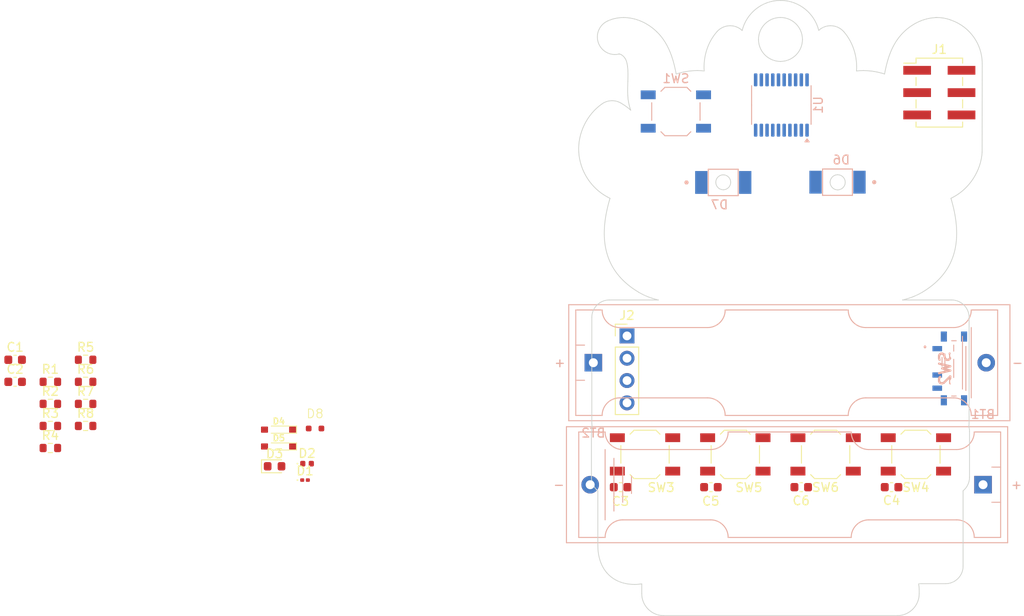
<source format=kicad_pcb>
(kicad_pcb (version 20241229) (generator "pcbnew") (generator_version "9.0")
  (layers (0 "F.Cu" signal) (2 "B.Cu" signal) (13 "F.Paste" user) (15 "B.Paste" user) (5 "F.SilkS" user "F.Silkscreen") (7 "B.SilkS" user "B.Silkscreen") (1 "F.Mask" user) (3 "B.Mask" user) (25 "Edge.Cuts" user))
  (net 0 "")
  (net 1 "Net-(BT1--)")
  (net 2 "Net-(BT1-+)")
  (net 3 "+3.3V")
  (net 4 "GND")
  (net 5 "/RST")
  (net 6 "/LEFT")
  (net 7 "/RIGHT")
  (net 8 "/UP")
  (net 9 "/DOWN")
  (net 10 "/LED1")
  (net 11 "Net-(D1-K)")
  (net 12 "Net-(D2-K)")
  (net 13 "/LED2")
  (net 14 "Net-(D3-K)")
  (net 15 "/LED3")
  (net 16 "Net-(D4-K)")
  (net 17 "/LED4")
  (net 18 "Net-(D5-K)")
  (net 19 "/LED5")
  (net 20 "Net-(D6-K)")
  (net 21 "/LED6")
  (net 22 "Net-(D7-K)")
  (net 23 "/LED7")
  (net 24 "/LED8")
  (net 25 "Net-(D8-K)")
  (net 29 "/SWDIO")
  (net 30 "/SCL")
  (net 31 "/SDA")
  (footprint "LED_SMD:LED_0201_0603Metric" (layer "F.Cu") (at 51.765 87.735)
    (property "Reference" "D1" (at 0 -1.05 0) (layer "F.SilkS"))
    (property "Value" "LED")
    (fp_circle (center -0.86 0) (end -0.81 0) (stroke (width 0.1)) (fill no) (layer "F.SilkS"))
    (pad "1" smd roundrect (at -0.32 0) (size 0.46 0.4) (layers "F.Cu" "F.Mask") (net 11 "Net-(D1-K)"))
    (pad "2" smd roundrect (at 0.32 0) (size 0.46 0.4) (layers "F.Cu" "F.Mask") (net 10 "/LED1"))
  )
  (footprint "Button_Switch_SMD:SW_SPST_TL3342" (layer "F.Cu") (at 90.45 84.814 180)
    (property "Reference" "SW3" (at -1.83 -3.766 0) (layer "F.SilkS"))
    (property "Value" "~")
    (fp_line (start 2.75 -1) (end 2.75 1) (stroke (width 0.12)) (layer "F.SilkS"))
    (fp_line (start 1.7 2.3) (end 1.25 2.75) (stroke (width 0.12)) (layer "F.SilkS"))
    (fp_line (start 1.7 -2.3) (end 1.25 -2.75) (stroke (width 0.12)) (layer "F.SilkS"))
    (fp_line (start -1.25 2.75) (end 1.25 2.75) (stroke (width 0.12)) (layer "F.SilkS"))
    (fp_line (start -1.25 -2.75) (end 1.25 -2.75) (stroke (width 0.12)) (layer "F.SilkS"))
    (fp_line (start -1.7 2.3) (end -1.25 2.75) (stroke (width 0.12)) (layer "F.SilkS"))
    (fp_line (start -1.7 -2.3) (end -1.25 -2.75) (stroke (width 0.12)) (layer "F.SilkS"))
    (fp_line (start -2.75 -1) (end -2.75 1) (stroke (width 0.12)) (layer "F.SilkS"))
    (pad "1" smd rect (at -3.15 -1.9 180) (size 1.7 1) (layers "F.Cu" "F.Mask" "F.Paste") (net 4 "GND"))
    (pad "1" smd rect (at 3.15 -1.9 180) (size 1.7 1) (layers "F.Cu" "F.Mask" "F.Paste") (net 4 "GND"))
    (pad "2" smd rect (at -3.15 1.9 180) (size 1.7 1) (layers "F.Cu" "F.Mask" "F.Paste") (net 6 "/LEFT"))
    (pad "2" smd rect (at 3.15 1.9 180) (size 1.7 1) (layers "F.Cu" "F.Mask" "F.Paste") (net 6 "/LEFT"))
  )
  (footprint "Resistor_SMD:R_0603_1608Metric" (layer "F.Cu") (at 26.8 76.555)
    (property "Reference" "R6" (at 0 -1.43 0) (layer "F.SilkS"))
    (property "Value" "220")
    (fp_line (start -0.237258 -0.5225) (end 0.237258 -0.5225) (stroke (width 0.12)) (layer "F.SilkS"))
    (fp_line (start -0.237258 0.5225) (end 0.237258 0.5225) (stroke (width 0.12)) (layer "F.SilkS"))
    (pad "1" smd roundrect (at -0.825 0) (size 0.8 0.95) (layers "F.Cu" "F.Mask" "F.Paste") (net 20 "Net-(D6-K)"))
    (pad "2" smd roundrect (at 0.825 0) (size 0.8 0.95) (layers "F.Cu" "F.Mask" "F.Paste") (net 4 "GND"))
  )
  (footprint "Capacitor_SMD:C_0603_1608Metric" (layer "F.Cu") (at 97.946667 88.54)
    (property "Reference" "C5" (at -0.01 1.59 0) (layer "F.SilkS"))
    (property "Value" "0.1uF")
    (fp_line (start -0.14058 -0.51) (end 0.14058 -0.51) (stroke (width 0.12)) (layer "F.SilkS"))
    (fp_line (start -0.14058 0.51) (end 0.14058 0.51) (stroke (width 0.12)) (layer "F.SilkS"))
    (pad "1" smd roundrect (at -0.775 0) (size 0.9 0.95) (layers "F.Cu" "F.Mask" "F.Paste") (net 4 "GND"))
    (pad "2" smd roundrect (at 0.775 0) (size 0.9 0.95) (layers "F.Cu" "F.Mask" "F.Paste") (net 8 "/UP"))
  )
  (footprint "Unknown:Led_S_S" (layer "F.Cu") (at 52.905 81.865)
    (property "Reference" "D8" (at 0 -1.68 0) (layer "F.SilkS") (effects (font (thickness 0.1))))
    (property "Value" "LED_Small")
    (pad "1" smd roundrect (at -0.725 0) (size 0.65 0.65) (layers "F.Cu" "F.Mask" "F.Paste") (net 25 "Net-(D8-K)"))
    (pad "2" smd roundrect (at 0.725 0) (size 0.65 0.65) (layers "F.Cu" "F.Mask" "F.Paste") (net 24 "/LED8"))
  )
  (footprint "Capacitor_SMD:C_0603_1608Metric" (layer "F.Cu") (at 87.67 88.54)
    (property "Reference" "C3" (at -0.01 1.61 0) (layer "F.SilkS"))
    (property "Value" "0.1uF")
    (fp_line (start -0.14058 -0.51) (end 0.14058 -0.51) (stroke (width 0.12)) (layer "F.SilkS"))
    (fp_line (start -0.14058 0.51) (end 0.14058 0.51) (stroke (width 0.12)) (layer "F.SilkS"))
    (pad "1" smd roundrect (at -0.775 0) (size 0.9 0.95) (layers "F.Cu" "F.Mask" "F.Paste") (net 4 "GND"))
    (pad "2" smd roundrect (at 0.775 0) (size 0.9 0.95) (layers "F.Cu" "F.Mask" "F.Paste") (net 6 "/LEFT"))
  )
  (footprint "Capacitor_SMD:C_0603_1608Metric" (layer "F.Cu") (at 118.5 88.54)
    (property "Reference" "C4" (at 0 1.51 0) (layer "F.SilkS"))
    (property "Value" "0.1uF")
    (fp_line (start -0.14058 -0.51) (end 0.14058 -0.51) (stroke (width 0.12)) (layer "F.SilkS"))
    (fp_line (start -0.14058 0.51) (end 0.14058 0.51) (stroke (width 0.12)) (layer "F.SilkS"))
    (pad "1" smd roundrect (at -0.775 0) (size 0.9 0.95) (layers "F.Cu" "F.Mask" "F.Paste") (net 4 "GND"))
    (pad "2" smd roundrect (at 0.775 0) (size 0.9 0.95) (layers "F.Cu" "F.Mask" "F.Paste") (net 7 "/RIGHT"))
  )
  (footprint "Unknown:Display OLED 128 x32" (layer "F.Cu") (at 88.4 71.33)
    (property "Reference" "J2" (at 0 -2.33 0) (layer "F.SilkS"))
    (property "Value" "OLED")
    (fp_line (start -1.33 -1.33) (end 0 -1.33) (stroke (width 0.12)) (layer "F.SilkS"))
    (fp_line (start -1.33 0) (end -1.33 -1.33) (stroke (width 0.12)) (layer "F.SilkS"))
    (fp_line (start -1.33 1.27) (end -1.33 8.95) (stroke (width 0.12)) (layer "F.SilkS"))
    (fp_line (start -1.33 1.27) (end 1.33 1.27) (stroke (width 0.12)) (layer "F.SilkS"))
    (fp_line (start -1.33 8.95) (end 1.33 8.95) (stroke (width 0.12)) (layer "F.SilkS"))
    (fp_line (start 1.33 1.27) (end 1.33 8.95) (stroke (width 0.12)) (layer "F.SilkS"))
    (pad "1" thru_hole rect (at 0 0) (size 1.7 1.7) (drill 1) (layers "*.Cu" "*.Mask") (net 31 "/SDA"))
    (pad "2" thru_hole oval (at 0 2.54) (size 1.7 1.7) (drill 1) (layers "*.Cu" "*.Mask") (net 30 "/SCL"))
    (pad "3" thru_hole oval (at 0 5.08) (size 1.7 1.7) (drill 1) (layers "*.Cu" "*.Mask") (net 3 "+3.3V"))
    (pad "4" thru_hole oval (at 0 7.62) (size 1.7 1.7) (drill 1) (layers "*.Cu" "*.Mask") (net 4 "GND"))
  )
  (footprint "Capacitor_SMD:C_0603_1608Metric" (layer "F.Cu") (at 18.78 76.555)
    (property "Reference" "C2" (at 0 -1.43 0) (layer "F.SilkS"))
    (property "Value" ".1uF")
    (fp_line (start -0.14058 -0.51) (end 0.14058 -0.51) (stroke (width 0.12)) (layer "F.SilkS"))
    (fp_line (start -0.14058 0.51) (end 0.14058 0.51) (stroke (width 0.12)) (layer "F.SilkS"))
    (pad "1" smd roundrect (at -0.775 0) (size 0.9 0.95) (layers "F.Cu" "F.Mask" "F.Paste") (net 4 "GND"))
    (pad "2" smd roundrect (at 0.775 0) (size 0.9 0.95) (layers "F.Cu" "F.Mask" "F.Paste") (net 5 "/RST"))
  )
  (footprint "Button_Switch_SMD:SW_SPST_TL3342" (layer "F.Cu") (at 121.27 84.814 180)
    (property "Reference" "SW4" (at 0 -3.75 0) (layer "F.SilkS"))
    (property "Value" "~")
    (fp_line (start 2.75 -1) (end 2.75 1) (stroke (width 0.12)) (layer "F.SilkS"))
    (fp_line (start 1.7 2.3) (end 1.25 2.75) (stroke (width 0.12)) (layer "F.SilkS"))
    (fp_line (start 1.7 -2.3) (end 1.25 -2.75) (stroke (width 0.12)) (layer "F.SilkS"))
    (fp_line (start -1.25 2.75) (end 1.25 2.75) (stroke (width 0.12)) (layer "F.SilkS"))
    (fp_line (start -1.25 -2.75) (end 1.25 -2.75) (stroke (width 0.12)) (layer "F.SilkS"))
    (fp_line (start -1.7 2.3) (end -1.25 2.75) (stroke (width 0.12)) (layer "F.SilkS"))
    (fp_line (start -1.7 -2.3) (end -1.25 -2.75) (stroke (width 0.12)) (layer "F.SilkS"))
    (fp_line (start -2.75 -1) (end -2.75 1) (stroke (width 0.12)) (layer "F.SilkS"))
    (pad "1" smd rect (at -3.15 -1.9 180) (size 1.7 1) (layers "F.Cu" "F.Mask" "F.Paste") (net 4 "GND"))
    (pad "1" smd rect (at 3.15 -1.9 180) (size 1.7 1) (layers "F.Cu" "F.Mask" "F.Paste") (net 4 "GND"))
    (pad "2" smd rect (at -3.15 1.9 180) (size 1.7 1) (layers "F.Cu" "F.Mask" "F.Paste") (net 7 "/RIGHT"))
    (pad "2" smd rect (at 3.15 1.9 180) (size 1.7 1) (layers "F.Cu" "F.Mask" "F.Paste") (net 7 "/RIGHT"))
  )
  (footprint "Capacitor_SMD:C_0603_1608Metric" (layer "F.Cu") (at 108.223333 88.54)
    (property "Reference" "C6" (at -0.01 1.54 0) (layer "F.SilkS"))
    (property "Value" "0.1uF")
    (fp_line (start -0.14058 -0.51) (end 0.14058 -0.51) (stroke (width 0.12)) (layer "F.SilkS"))
    (fp_line (start -0.14058 0.51) (end 0.14058 0.51) (stroke (width 0.12)) (layer "F.SilkS"))
    (pad "1" smd roundrect (at -0.775 0) (size 0.9 0.95) (layers "F.Cu" "F.Mask" "F.Paste") (net 4 "GND"))
    (pad "2" smd roundrect (at 0.775 0) (size 0.9 0.95) (layers "F.Cu" "F.Mask" "F.Paste") (net 9 "/DOWN"))
  )
  (footprint "Button_Switch_SMD:SW_SPST_TL3342" (layer "F.Cu") (at 100.723333 84.814 180)
    (property "Reference" "SW5" (at -1.546667 -3.766 0) (layer "F.SilkS"))
    (property "Value" "~")
    (fp_line (start 2.75 -1) (end 2.75 1) (stroke (width 0.12)) (layer "F.SilkS"))
    (fp_line (start 1.7 2.3) (end 1.25 2.75) (stroke (width 0.12)) (layer "F.SilkS"))
    (fp_line (start 1.7 -2.3) (end 1.25 -2.75) (stroke (width 0.12)) (layer "F.SilkS"))
    (fp_line (start -1.25 2.75) (end 1.25 2.75) (stroke (width 0.12)) (layer "F.SilkS"))
    (fp_line (start -1.25 -2.75) (end 1.25 -2.75) (stroke (width 0.12)) (layer "F.SilkS"))
    (fp_line (start -1.7 2.3) (end -1.25 2.75) (stroke (width 0.12)) (layer "F.SilkS"))
    (fp_line (start -1.7 -2.3) (end -1.25 -2.75) (stroke (width 0.12)) (layer "F.SilkS"))
    (fp_line (start -2.75 -1) (end -2.75 1) (stroke (width 0.12)) (layer "F.SilkS"))
    (pad "1" smd rect (at -3.15 -1.9 180) (size 1.7 1) (layers "F.Cu" "F.Mask" "F.Paste") (net 4 "GND"))
    (pad "1" smd rect (at 3.15 -1.9 180) (size 1.7 1) (layers "F.Cu" "F.Mask" "F.Paste") (net 4 "GND"))
    (pad "2" smd rect (at -3.15 1.9 180) (size 1.7 1) (layers "F.Cu" "F.Mask" "F.Paste") (net 8 "/UP"))
    (pad "2" smd rect (at 3.15 1.9 180) (size 1.7 1) (layers "F.Cu" "F.Mask" "F.Paste") (net 8 "/UP"))
  )
  (footprint "Resistor_SMD:R_0603_1608Metric" (layer "F.Cu") (at 26.8 74.045)
    (property "Reference" "R5" (at 0 -1.43 0) (layer "F.SilkS"))
    (property "Value" "220")
    (fp_line (start -0.237258 -0.5225) (end 0.237258 -0.5225) (stroke (width 0.12)) (layer "F.SilkS"))
    (fp_line (start -0.237258 0.5225) (end 0.237258 0.5225) (stroke (width 0.12)) (layer "F.SilkS"))
    (pad "1" smd roundrect (at -0.825 0) (size 0.8 0.95) (layers "F.Cu" "F.Mask" "F.Paste") (net 18 "Net-(D5-K)"))
    (pad "2" smd roundrect (at 0.825 0) (size 0.8 0.95) (layers "F.Cu" "F.Mask" "F.Paste") (net 4 "GND"))
  )
  (footprint "Resistor_SMD:R_0603_1608Metric" (layer "F.Cu") (at 22.79 79.065)
    (property "Reference" "R2" (at 0 -1.43 0) (layer "F.SilkS"))
    (property "Value" "220")
    (fp_line (start -0.237258 -0.5225) (end 0.237258 -0.5225) (stroke (width 0.12)) (layer "F.SilkS"))
    (fp_line (start -0.237258 0.5225) (end 0.237258 0.5225) (stroke (width 0.12)) (layer "F.SilkS"))
    (pad "1" smd roundrect (at -0.825 0) (size 0.8 0.95) (layers "F.Cu" "F.Mask" "F.Paste") (net 12 "Net-(D2-K)"))
    (pad "2" smd roundrect (at 0.825 0) (size 0.8 0.95) (layers "F.Cu" "F.Mask" "F.Paste") (net 4 "GND"))
  )
  (footprint "Resistor_SMD:R_0603_1608Metric" (layer "F.Cu") (at 22.79 84.085)
    (property "Reference" "R4" (at 0 -1.43 0) (layer "F.SilkS"))
    (property "Value" "220")
    (fp_line (start -0.237258 -0.5225) (end 0.237258 -0.5225) (stroke (width 0.12)) (layer "F.SilkS"))
    (fp_line (start -0.237258 0.5225) (end 0.237258 0.5225) (stroke (width 0.12)) (layer "F.SilkS"))
    (pad "1" smd roundrect (at -0.825 0) (size 0.8 0.95) (layers "F.Cu" "F.Mask" "F.Paste") (net 16 "Net-(D4-K)"))
    (pad "2" smd roundrect (at 0.825 0) (size 0.8 0.95) (layers "F.Cu" "F.Mask" "F.Paste") (net 4 "GND"))
  )
  (footprint "Unknown:LED_S" (layer "F.Cu") (at 48.755 83.9108)
    (property "Reference" "D5" (at 0.03 -0.95 0) (layer "F.SilkS") (effects (font (size 0.7 0.7) (thickness 0.15) (bold yes))))
    (property "Value" "LED_Small")
    (fp_line (start -0.8334 -0.4054) (end 2.05 -0.4054) (stroke (width 0.1)) (layer "F.SilkS"))
    (fp_line (start 2.05 -0.4054) (end 2.05 0.41) (stroke (width 0.1)) (layer "F.SilkS"))
    (fp_line (start 2.05 0.41) (end -0.8434 0.41) (stroke (width 0.1)) (layer "F.SilkS"))
    (pad "1" smd roundrect (at 1.6 0 180) (size 0.8 0.7) (layers "F.Cu" "F.Mask" "F.Paste") (roundrect_rratio 0.1) (net 18 "Net-(D5-K)"))
    (pad "2" smd roundrect (at -1.6 0 180) (size 0.8 0.7) (layers "F.Cu" "F.Mask" "F.Paste") (roundrect_rratio 0.1) (net 19 "/LED5"))
  )
  (footprint "Resistor_SMD:R_0603_1608Metric" (layer "F.Cu") (at 26.8 79.065)
    (property "Reference" "R7" (at 0 -1.43 0) (layer "F.SilkS"))
    (property "Value" "220")
    (fp_line (start -0.237258 -0.5225) (end 0.237258 -0.5225) (stroke (width 0.12)) (layer "F.SilkS"))
    (fp_line (start -0.237258 0.5225) (end 0.237258 0.5225) (stroke (width 0.12)) (layer "F.SilkS"))
    (pad "1" smd roundrect (at -0.825 0) (size 0.8 0.95) (layers "F.Cu" "F.Mask" "F.Paste") (net 22 "Net-(D7-K)"))
    (pad "2" smd roundrect (at 0.825 0) (size 0.8 0.95) (layers "F.Cu" "F.Mask" "F.Paste") (net 4 "GND"))
  )
  (footprint "LED_SMD:LED_0402_1005Metric" (layer "F.Cu") (at 51.995 85.865)
    (property "Reference" "D2" (at 0 -1.17 0) (layer "F.SilkS"))
    (property "Value" "LED")
    (fp_circle (center -1.09 0) (end -1.04 0) (stroke (width 0.1)) (fill no) (layer "F.SilkS"))
    (pad "1" smd roundrect (at -0.485 0) (size 0.59 0.64) (layers "F.Cu" "F.Mask" "F.Paste") (net 12 "Net-(D2-K)"))
    (pad "2" smd roundrect (at 0.485 0) (size 0.59 0.64) (layers "F.Cu" "F.Mask" "F.Paste") (net 13 "/LED2"))
  )
  (footprint "Resistor_SMD:R_0603_1608Metric" (layer "F.Cu") (at 26.8 81.575)
    (property "Reference" "R8" (at 0 -1.43 0) (layer "F.SilkS"))
    (property "Value" "220")
    (fp_line (start -0.237258 -0.5225) (end 0.237258 -0.5225) (stroke (width 0.12)) (layer "F.SilkS"))
    (fp_line (start -0.237258 0.5225) (end 0.237258 0.5225) (stroke (width 0.12)) (layer "F.SilkS"))
    (pad "1" smd roundrect (at -0.825 0) (size 0.8 0.95) (layers "F.Cu" "F.Mask" "F.Paste") (net 25 "Net-(D8-K)"))
    (pad "2" smd roundrect (at 0.825 0) (size 0.8 0.95) (layers "F.Cu" "F.Mask" "F.Paste") (net 4 "GND"))
  )
  (footprint "Connector_PinHeader_2.54mm:PinHeader_2x03_P2.54mm_Vertical_SMD" (layer "F.Cu") (at 123.935 43.65)
    (property "Reference" "J1" (at 0 -4.92 0) (layer "F.SilkS"))
    (property "Value" "Conn_02x03_Odd_Even")
    (fp_line (start -4.04 -3.35) (end -2.65 -3.35) (stroke (width 0.12)) (layer "F.SilkS"))
    (fp_line (start -2.65 -3.92) (end -2.65 -3.35) (stroke (width 0.12)) (layer "F.SilkS"))
    (fp_line (start -2.65 -3.92) (end 2.65 -3.92) (stroke (width 0.12)) (layer "F.SilkS"))
    (fp_line (start -2.65 -1.73) (end -2.65 -0.81) (stroke (width 0.12)) (layer "F.SilkS"))
    (fp_line (start -2.65 0.81) (end -2.65 1.73) (stroke (width 0.12)) (layer "F.SilkS"))
    (fp_line (start -2.65 3.35) (end -2.65 3.92) (stroke (width 0.12)) (layer "F.SilkS"))
    (fp_line (start -2.65 3.92) (end 2.65 3.92) (stroke (width 0.12)) (layer "F.SilkS"))
    (fp_line (start 2.65 -3.92) (end 2.65 -3.35) (stroke (width 0.12)) (layer "F.SilkS"))
    (fp_line (start 2.65 -1.73) (end 2.65 -0.81) (stroke (width 0.12)) (layer "F.SilkS"))
    (fp_line (start 2.65 0.81) (end 2.65 1.73) (stroke (width 0.12)) (layer "F.SilkS"))
    (fp_line (start 2.65 3.35) (end 2.65 3.92) (stroke (width 0.12)) (layer "F.SilkS"))
    (pad "1" smd rect (at -2.525 -2.54) (size 3.15 1) (layers "F.Cu" "F.Mask" "F.Paste"))
    (pad "2" smd rect (at 2.525 -2.54) (size 3.15 1) (layers "F.Cu" "F.Mask" "F.Paste") (net 29 "/SWDIO"))
    (pad "3" smd rect (at -2.525 0) (size 3.15 1) (layers "F.Cu" "F.Mask" "F.Paste"))
    (pad "4" smd rect (at 2.525 0) (size 3.15 1) (layers "F.Cu" "F.Mask" "F.Paste"))
    (pad "5" smd rect (at -2.525 2.54) (size 3.15 1) (layers "F.Cu" "F.Mask" "F.Paste") (net 3 "+3.3V"))
    (pad "6" smd rect (at 2.525 2.54) (size 3.15 1) (layers "F.Cu" "F.Mask" "F.Paste") (net 4 "GND"))
  )
  (footprint "Resistor_SMD:R_0603_1608Metric" (layer "F.Cu") (at 22.79 76.555)
    (property "Reference" "R1" (at 0 -1.43 0) (layer "F.SilkS"))
    (property "Value" "220")
    (fp_line (start -0.237258 -0.5225) (end 0.237258 -0.5225) (stroke (width 0.12)) (layer "F.SilkS"))
    (fp_line (start -0.237258 0.5225) (end 0.237258 0.5225) (stroke (width 0.12)) (layer "F.SilkS"))
    (pad "1" smd roundrect (at -0.825 0) (size 0.8 0.95) (layers "F.Cu" "F.Mask" "F.Paste") (net 11 "Net-(D1-K)"))
    (pad "2" smd roundrect (at 0.825 0) (size 0.8 0.95) (layers "F.Cu" "F.Mask" "F.Paste") (net 4 "GND"))
  )
  (footprint "LED_SMD:LED_0603_1608Metric" (layer "F.Cu") (at 48.3 86.165)
    (property "Reference" "D3" (at 0 -1.43 0) (layer "F.SilkS"))
    (property "Value" "LED")
    (fp_line (start -1.485 -0.735) (end -1.485 0.735) (stroke (width 0.12)) (layer "F.SilkS"))
    (fp_line (start -1.485 0.735) (end 0.8 0.735) (stroke (width 0.12)) (layer "F.SilkS"))
    (fp_line (start 0.8 -0.735) (end -1.485 -0.735) (stroke (width 0.12)) (layer "F.SilkS"))
    (pad "1" smd roundrect (at -0.7875 0) (size 0.875 0.95) (layers "F.Cu" "F.Mask" "F.Paste") (net 14 "Net-(D3-K)"))
    (pad "2" smd roundrect (at 0.7875 0) (size 0.875 0.95) (layers "F.Cu" "F.Mask" "F.Paste") (net 15 "/LED3"))
  )
  (footprint "Capacitor_SMD:C_0603_1608Metric" (layer "F.Cu") (at 18.78 74.045)
    (property "Reference" "C1" (at 0 -1.43 0) (layer "F.SilkS"))
    (property "Value" ".1uF")
    (fp_line (start -0.14058 -0.51) (end 0.14058 -0.51) (stroke (width 0.12)) (layer "F.SilkS"))
    (fp_line (start -0.14058 0.51) (end 0.14058 0.51) (stroke (width 0.12)) (layer "F.SilkS"))
    (pad "1" smd roundrect (at -0.775 0) (size 0.9 0.95) (layers "F.Cu" "F.Mask" "F.Paste") (net 4 "GND"))
    (pad "2" smd roundrect (at 0.775 0) (size 0.9 0.95) (layers "F.Cu" "F.Mask" "F.Paste") (net 3 "+3.3V"))
  )
  (footprint "Button_Switch_SMD:SW_SPST_TL3342" (layer "F.Cu") (at 110.996667 84.814 180)
    (property "Reference" "SW6" (at 0 -3.75 0) (layer "F.SilkS"))
    (property "Value" "~")
    (fp_line (start 2.75 -1) (end 2.75 1) (stroke (width 0.12)) (layer "F.SilkS"))
    (fp_line (start 1.7 2.3) (end 1.25 2.75) (stroke (width 0.12)) (layer "F.SilkS"))
    (fp_line (start 1.7 -2.3) (end 1.25 -2.75) (stroke (width 0.12)) (layer "F.SilkS"))
    (fp_line (start -1.25 2.75) (end 1.25 2.75) (stroke (width 0.12)) (layer "F.SilkS"))
    (fp_line (start -1.25 -2.75) (end 1.25 -2.75) (stroke (width 0.12)) (layer "F.SilkS"))
    (fp_line (start -1.7 2.3) (end -1.25 2.75) (stroke (width 0.12)) (layer "F.SilkS"))
    (fp_line (start -1.7 -2.3) (end -1.25 -2.75) (stroke (width 0.12)) (layer "F.SilkS"))
    (fp_line (start -2.75 -1) (end -2.75 1) (stroke (width 0.12)) (layer "F.SilkS"))
    (pad "1" smd rect (at -3.15 -1.9 180) (size 1.7 1) (layers "F.Cu" "F.Mask" "F.Paste") (net 4 "GND"))
    (pad "1" smd rect (at 3.15 -1.9 180) (size 1.7 1) (layers "F.Cu" "F.Mask" "F.Paste") (net 4 "GND"))
    (pad "2" smd rect (at -3.15 1.9 180) (size 1.7 1) (layers "F.Cu" "F.Mask" "F.Paste") (net 9 "/DOWN"))
    (pad "2" smd rect (at 3.15 1.9 180) (size 1.7 1) (layers "F.Cu" "F.Mask" "F.Paste") (net 9 "/DOWN"))
  )
  (footprint "Resistor_SMD:R_0603_1608Metric" (layer "F.Cu") (at 22.79 81.575)
    (property "Reference" "R3" (at 0 -1.43 0) (layer "F.SilkS"))
    (property "Value" "220")
    (fp_line (start -0.237258 -0.5225) (end 0.237258 -0.5225) (stroke (width 0.12)) (layer "F.SilkS"))
    (fp_line (start -0.237258 0.5225) (end 0.237258 0.5225) (stroke (width 0.12)) (layer "F.SilkS"))
    (pad "1" smd roundrect (at -0.825 0) (size 0.8 0.95) (layers "F.Cu" "F.Mask" "F.Paste") (net 14 "Net-(D3-K)"))
    (pad "2" smd roundrect (at 0.825 0) (size 0.8 0.95) (layers "F.Cu" "F.Mask" "F.Paste") (net 4 "GND"))
  )
  (footprint "Unknown:LED_S" (layer "F.Cu") (at 48.755 81.9954)
    (property "Reference" "D4" (at 0.03 -0.95 0) (layer "F.SilkS") (effects (font (size 0.7 0.7) (thickness 0.15) (bold yes))))
    (property "Value" "LED_Small")
    (fp_line (start -0.8334 -0.4054) (end 2.05 -0.4054) (stroke (width 0.1)) (layer "F.SilkS"))
    (fp_line (start 2.05 -0.4054) (end 2.05 0.41) (stroke (width 0.1)) (layer "F.SilkS"))
    (fp_line (start 2.05 0.41) (end -0.8434 0.41) (stroke (width 0.1)) (layer "F.SilkS"))
    (pad "1" smd roundrect (at 1.6 0 180) (size 0.8 0.7) (layers "F.Cu" "F.Mask" "F.Paste") (roundrect_rratio 0.1) (net 16 "Net-(D4-K)"))
    (pad "2" smd roundrect (at -1.6 0 180) (size 0.8 0.7) (layers "F.Cu" "F.Mask" "F.Paste") (roundrect_rratio 0.1) (net 17 "/LED4"))
  )
  (footprint "Unknown:LYT77K-K2M1" (layer "B.Cu") (at 112.35 53.84 180)
    (property "Reference" "D6" (at -0.43011 2.5356 0) (layer "B.SilkS") (effects (justify mirror)))
    (property "Value" "R_LED" (hide yes))
    (fp_line (start 1.7 1.5) (end 1.7 -1.5) (stroke (width 0.127)) (layer "B.SilkS"))
    (fp_line (start 1.7 -1.5) (end -1.7 -1.5) (stroke (width 0.127)) (layer "B.SilkS"))
    (fp_line (start -1.7 1.5) (end 1.7 1.5) (stroke (width 0.127)) (layer "B.SilkS"))
    (fp_line (start -1.7 -1.5) (end -1.7 1.5) (stroke (width 0.127)) (layer "B.SilkS"))
    (fp_circle (center -4.18 0) (end -4.06 0) (stroke (width 0.24)) (fill no) (layer "B.SilkS"))
    (pad "1" smd rect (at -2.5 0 180) (size 1.4 2.6) (layers "B.Cu" "B.Mask" "B.Paste") (net 20 "Net-(D6-K)"))
    (pad "2" smd rect (at 2.5 0 180) (size 1.4 2.6) (layers "B.Cu" "B.Mask" "B.Paste") (net 21 "/LED6"))
  )
  (footprint "Unknown:LYT77K-K2M1" (layer "B.Cu") (at 99.35 53.87)
    (property "Reference" "D7" (at -0.43011 2.5356 0) (layer "B.SilkS") (effects (justify mirror)))
    (property "Value" "R_LED" (hide yes))
    (fp_line (start -1.7 -1.5) (end -1.7 1.5) (stroke (width 0.127)) (layer "B.SilkS"))
    (fp_line (start -1.7 1.5) (end 1.7 1.5) (stroke (width 0.127)) (layer "B.SilkS"))
    (fp_line (start 1.7 -1.5) (end -1.7 -1.5) (stroke (width 0.127)) (layer "B.SilkS"))
    (fp_line (start 1.7 1.5) (end 1.7 -1.5) (stroke (width 0.127)) (layer "B.SilkS"))
    (fp_circle (center -4.18 0) (end -4.06 0) (stroke (width 0.24)) (fill no) (layer "B.SilkS"))
    (pad "1" smd rect (at -2.5 0) (size 1.4 2.6) (layers "B.Cu" "B.Mask" "B.Paste") (net 22 "Net-(D7-K)"))
    (pad "2" smd rect (at 2.5 0) (size 1.4 2.6) (layers "B.Cu" "B.Mask" "B.Paste") (net 23 "/LED7"))
  )
  (footprint "Battery:BatteryHolder_Keystone_2466_1xAAA" (layer "B.Cu") (at 128.91 88.26 180)
    (property "Reference" "BT1" (at 0 8 0) (layer "B.SilkS") (effects (justify mirror)))
    (property "Value" "Battery_Cell")
    (fp_line (start 47.4 6.6) (end -2.8 6.6) (stroke (width 0.12)) (layer "B.SilkS"))
    (fp_line (start 47.4 -6.6) (end 47.4 6.6) (stroke (width 0.12)) (layer "B.SilkS"))
    (fp_line (start 46 6) (end 46 -6) (stroke (width 0.12)) (layer "B.SilkS"))
    (fp_line (start 46 6) (end 43 6) (stroke (width 0.12)) (layer "B.SilkS"))
    (fp_line (start 46 -6) (end 43 -6) (stroke (width 0.12)) (layer "B.SilkS"))
    (fp_line (start 43 4) (end 43 -4) (stroke (width 0.12)) (layer "B.SilkS"))
    (fp_line (start 42 -3) (end 42 3) (stroke (width 0.12)) (layer "B.SilkS"))
    (fp_line (start 41 4) (end 31 4) (stroke (width 0.12)) (layer "B.SilkS"))
    (fp_line (start 41 2) (end 41 -2) (stroke (width 0.12)) (layer "B.SilkS"))
    (fp_line (start 41 -4) (end 31 -4) (stroke (width 0.12)) (layer "B.SilkS"))
    (fp_line (start 40 1) (end 40 -1) (stroke (width 0.12)) (layer "B.SilkS"))
    (fp_line (start 29 6) (end 15 6) (stroke (width 0.12)) (layer "B.SilkS"))
    (fp_line (start 15 -6) (end 29 -6) (stroke (width 0.12)) (layer "B.SilkS"))
    (fp_line (start 3 4) (end 13 4) (stroke (width 0.12)) (layer "B.SilkS"))
    (fp_line (start 3 -4) (end 13 -4) (stroke (width 0.12)) (layer "B.SilkS"))
    (fp_line (start -1 -2) (end -2 -2) (stroke (width 0.12)) (layer "B.SilkS"))
    (fp_line (start -2 6) (end 1 6) (stroke (width 0.12)) (layer "B.SilkS"))
    (fp_line (start -2 6) (end -2 -6) (stroke (width 0.12)) (layer "B.SilkS"))
    (fp_line (start -2 2) (end -1 2) (stroke (width 0.12)) (layer "B.SilkS"))
    (fp_line (start -2 -6) (end 1 -6) (stroke (width 0.12)) (layer "B.SilkS"))
    (fp_line (start -2.8 6.6) (end -2.8 -6.6) (stroke (width 0.12)) (layer "B.SilkS"))
    (fp_line (start -2.8 -6.6) (end 47.4 -6.6) (stroke (width 0.12)) (layer "B.SilkS"))
    (fp_arc (start 43 -6) (mid 42.414214 -4.585786) (end 41 -4) (stroke (width 0.12)) (layer "B.SilkS"))
    (fp_arc (start 41 4) (mid 42.414214 4.585786) (end 43 6) (stroke (width 0.12)) (layer "B.SilkS"))
    (fp_arc (start 31 -4) (mid 29.585786 -4.585786) (end 29 -6) (stroke (width 0.12)) (layer "B.SilkS"))
    (fp_arc (start 29 6) (mid 29.585786 4.585786) (end 31 4) (stroke (width 0.12)) (layer "B.SilkS"))
    (fp_arc (start 15 -6) (mid 14.414214 -4.585786) (end 13 -4) (stroke (width 0.12)) (layer "B.SilkS"))
    (fp_arc (start 13 4) (mid 14.414214 4.585786) (end 15 6) (stroke (width 0.12)) (layer "B.SilkS"))
    (fp_arc (start 3 -4) (mid 1.585786 -4.585786) (end 1 -6) (stroke (width 0.12)) (layer "B.SilkS"))
    (fp_arc (start 1 6) (mid 1.585786 4.585786) (end 3 4) (stroke (width 0.12)) (layer "B.SilkS"))
    (fp_text user "+" (at -3.81 0 0) (layer "B.SilkS") (effects (justify mirror)))
    (fp_text user "-" (at 48.26 0 0) (layer "B.SilkS") (effects (justify mirror)))
    (pad "1" thru_hole rect (at 0 0 180) (size 2 2) (drill 1.02) (layers "*.Cu" "*.Mask") (net 2 "Net-(BT1-+)"))
    (pad "2" thru_hole circle (at 44.7 0 180) (size 2 2) (drill 1.02) (layers "*.Cu" "*.Mask") (net 1 "Net-(BT1--)"))
  )
  (footprint "Button_Switch_SMD:SW_SPST_TL3342" (layer "B.Cu") (at 93.96 45.8 180)
    (property "Reference" "SW1" (at 0 3.75 0) (layer "B.SilkS") (effects (justify mirror)))
    (property "Value" "RESET")
    (fp_line (start 2.75 1) (end 2.75 -1) (stroke (width 0.12)) (layer "B.SilkS"))
    (fp_line (start 1.7 2.3) (end 1.25 2.75) (stroke (width 0.12)) (layer "B.SilkS"))
    (fp_line (start 1.7 -2.3) (end 1.25 -2.75) (stroke (width 0.12)) (layer "B.SilkS"))
    (fp_line (start -1.25 2.75) (end 1.25 2.75) (stroke (width 0.12)) (layer "B.SilkS"))
    (fp_line (start -1.25 -2.75) (end 1.25 -2.75) (stroke (width 0.12)) (layer "B.SilkS"))
    (fp_line (start -1.7 2.3) (end -1.25 2.75) (stroke (width 0.12)) (layer "B.SilkS"))
    (fp_line (start -1.7 -2.3) (end -1.25 -2.75) (stroke (width 0.12)) (layer "B.SilkS"))
    (fp_line (start -2.75 1) (end -2.75 -1) (stroke (width 0.12)) (layer "B.SilkS"))
    (pad "1" smd rect (at -3.15 1.9 180) (size 1.7 1) (layers "B.Cu" "B.Mask" "B.Paste") (net 4 "GND"))
    (pad "1" smd rect (at 3.15 1.9 180) (size 1.7 1) (layers "B.Cu" "B.Mask" "B.Paste") (net 4 "GND"))
    (pad "2" smd rect (at -3.15 -1.9 180) (size 1.7 1) (layers "B.Cu" "B.Mask" "B.Paste") (net 5 "/RST"))
    (pad "2" smd rect (at 3.15 -1.9 180) (size 1.7 1) (layers "B.Cu" "B.Mask" "B.Paste") (net 5 "/RST"))
  )
  (footprint "Unknown:MSK12C02" (layer "B.Cu") (at 125.6 75.03 -90)
    (property "Reference" "SW2" (at 0 1 90) (layer "B.SilkS") (effects (font (size 1.27 1.27) (thickness 0.254)) (justify mirror)))
    (property "Value" "SW_SPDT" (hide yes))
    (fp_line (start -2.5 3.3) (end -2.5 3.3) (stroke (width 0.2)) (layer "B.SilkS"))
    (fp_line (start -2.5 3.3) (end -2.5 3.3) (stroke (width 0.2)) (layer "B.SilkS"))
    (fp_line (start -2.4 3.3) (end -2.4 3.3) (stroke (width 0.2)) (layer "B.SilkS"))
    (fp_line (start -1.25 1.35) (end -1.25 1.35) (stroke (width 0.1)) (layer "B.SilkS"))
    (fp_line (start -1.25 1.35) (end -0.25 1.35) (stroke (width 0.1)) (layer "B.SilkS"))
    (fp_line (start -0.25 1.35) (end -1.25 1.35) (stroke (width 0.1)) (layer "B.SilkS"))
    (fp_line (start -0.25 1.35) (end -0.25 1.35) (stroke (width 0.1)) (layer "B.SilkS"))
    (fp_line (start -3.15 0.25) (end -3.15 0.25) (stroke (width 0.1)) (layer "B.SilkS"))
    (fp_line (start -3.15 0.25) (end -3.15 -0.25) (stroke (width 0.1)) (layer "B.SilkS"))
    (fp_line (start 3.15 0.25) (end 3.15 0.25) (stroke (width 0.1)) (layer "B.SilkS"))
    (fp_line (start 3.15 0.25) (end 3.15 -0.25) (stroke (width 0.1)) (layer "B.SilkS"))
    (fp_line (start -3.15 -0.25) (end -3.15 0.25) (stroke (width 0.1)) (layer "B.SilkS"))
    (fp_line (start -3.15 -0.25) (end -3.15 -0.25) (stroke (width 0.1)) (layer "B.SilkS"))
    (fp_line (start 3.15 -0.25) (end 3.15 0.25) (stroke (width 0.1)) (layer "B.SilkS"))
    (fp_line (start 3.15 -0.25) (end 3.15 -0.25) (stroke (width 0.1)) (layer "B.SilkS"))
    (fp_line (start -2.5 -1.35) (end -2.5 -1.35) (stroke (width 0.1)) (layer "B.SilkS"))
    (fp_line (start -2.5 -1.35) (end 2.5 -1.35) (stroke (width 0.1)) (layer "B.SilkS"))
    (fp_line (start 2.5 -1.35) (end -2.5 -1.35) (stroke (width 0.1)) (layer "B.SilkS"))
    (fp_line (start 2.5 -1.35) (end 2.5 -1.35) (stroke (width 0.1)) (layer "B.SilkS"))
    (fp_arc (start -2.5 3.3) (mid -2.45 3.25) (end -2.4 3.3) (stroke (width 0.2)) (layer "B.SilkS"))
    (fp_arc (start -2.5 3.3) (mid -2.45 3.25) (end -2.4 3.3) (stroke (width 0.2)) (layer "B.SilkS"))
    (fp_arc (start -2.4 3.3) (mid -2.45 3.35) (end -2.5 3.3) (stroke (width 0.2)) (layer "B.SilkS"))
    (pad "" np_thru_hole circle (at -1.5 0 270) (size 0.85 0.85) (drill 0.85) (layers "*.Cu" "*.Mask"))
    (pad "" np_thru_hole circle (at 1.5 0 270) (size 0.85 0.85) (drill 0.85) (layers "*.Cu" "*.Mask"))
    (pad "1" smd rect (at -2.25 1.9 270) (size 0.6 1.1) (layers "B.Cu" "B.Mask" "B.Paste"))
    (pad "2" smd rect (at 0.75 1.9 270) (size 0.6 1.1) (layers "B.Cu" "B.Mask" "B.Paste") (net 4 "GND"))
    (pad "3" smd rect (at 2.25 1.9 270) (size 0.6 1.1) (layers "B.Cu" "B.Mask" "B.Paste") (net 1 "Net-(BT1--)"))
    (pad "4" smd rect (at -3.625 -1.15 180) (size 0.7 1.15) (layers "B.Cu" "B.Mask" "B.Paste"))
    (pad "4" smd rect (at -3.625 1.15 180) (size 0.7 1.15) (layers "B.Cu" "B.Mask" "B.Paste"))
    (pad "4" smd rect (at 3.625 -1.15 180) (size 0.7 1.15) (layers "B.Cu" "B.Mask" "B.Paste"))
    (pad "4" smd rect (at 3.625 1.15 180) (size 0.7 1.15) (layers "B.Cu" "B.Mask" "B.Paste"))
  )
  (footprint "Battery:BatteryHolder_Keystone_2466_1xAAA" (layer "B.Cu") (at 84.57 74.38)
    (property "Reference" "BT2" (at 0 8 0) (layer "B.SilkS") (effects (justify mirror)))
    (property "Value" "Battery_Cell")
    (fp_line (start -2.8 -6.6) (end 47.4 -6.6) (stroke (width 0.12)) (layer "B.SilkS"))
    (fp_line (start -2.8 6.6) (end -2.8 -6.6) (stroke (width 0.12)) (layer "B.SilkS"))
    (fp_line (start -2 -6) (end 1 -6) (stroke (width 0.12)) (layer "B.SilkS"))
    (fp_line (start -2 2) (end -1 2) (stroke (width 0.12)) (layer "B.SilkS"))
    (fp_line (start -2 6) (end -2 -6) (stroke (width 0.12)) (layer "B.SilkS"))
    (fp_line (start -2 6) (end 1 6) (stroke (width 0.12)) (layer "B.SilkS"))
    (fp_line (start -1 -2) (end -2 -2) (stroke (width 0.12)) (layer "B.SilkS"))
    (fp_line (start 3 -4) (end 13 -4) (stroke (width 0.12)) (layer "B.SilkS"))
    (fp_line (start 3 4) (end 13 4) (stroke (width 0.12)) (layer "B.SilkS"))
    (fp_line (start 15 -6) (end 29 -6) (stroke (width 0.12)) (layer "B.SilkS"))
    (fp_line (start 29 6) (end 15 6) (stroke (width 0.12)) (layer "B.SilkS"))
    (fp_line (start 40 1) (end 40 -1) (stroke (width 0.12)) (layer "B.SilkS"))
    (fp_line (start 41 -4) (end 31 -4) (stroke (width 0.12)) (layer "B.SilkS"))
    (fp_line (start 41 2) (end 41 -2) (stroke (width 0.12)) (layer "B.SilkS"))
    (fp_line (start 41 4) (end 31 4) (stroke (width 0.12)) (layer "B.SilkS"))
    (fp_line (start 42 -3) (end 42 3) (stroke (width 0.12)) (layer "B.SilkS"))
    (fp_line (start 43 4) (end 43 -4) (stroke (width 0.12)) (layer "B.SilkS"))
    (fp_line (start 46 -6) (end 43 -6) (stroke (width 0.12)) (layer "B.SilkS"))
    (fp_line (start 46 6) (end 43 6) (stroke (width 0.12)) (layer "B.SilkS"))
    (fp_line (start 46 6) (end 46 -6) (stroke (width 0.12)) (layer "B.SilkS"))
    (fp_line (start 47.4 -6.6) (end 47.4 6.6) (stroke (width 0.12)) (layer "B.SilkS"))
    (fp_line (start 47.4 6.6) (end -2.8 6.6) (stroke (width 0.12)) (layer "B.SilkS"))
    (fp_arc (start 1 6) (mid 1.585786 4.585786) (end 3 4) (stroke (width 0.12)) (layer "B.SilkS"))
    (fp_arc (start 3 -4) (mid 1.585786 -4.585786) (end 1 -6) (stroke (width 0.12)) (layer "B.SilkS"))
    (fp_arc (start 13 4) (mid 14.414214 4.585786) (end 15 6) (stroke (width 0.12)) (layer "B.SilkS"))
    (fp_arc (start 15 -6) (mid 14.414214 -4.585786) (end 13 -4) (stroke (width 0.12)) (layer "B.SilkS"))
    (fp_arc (start 29 6) (mid 29.585786 4.585786) (end 31 4) (stroke (width 0.12)) (layer "B.SilkS"))
    (fp_arc (start 31 -4) (mid 29.585786 -4.585786) (end 29 -6) (stroke (width 0.12)) (layer "B.SilkS"))
    (fp_arc (start 41 4) (mid 42.414214 4.585786) (end 43 6) (stroke (width 0.12)) (layer "B.SilkS"))
    (fp_arc (start 43 -6) (mid 42.414214 -4.585786) (end 41 -4) (stroke (width 0.12)) (layer "B.SilkS"))
    (fp_text user "+" (at -3.81 0 0) (layer "B.SilkS") (effects (justify mirror)))
    (fp_text user "-" (at 48.26 0 0) (layer "B.SilkS") (effects (justify mirror)))
    (pad "1" thru_hole rect (at 0 0) (size 2 2) (drill 1.02) (layers "*.Cu" "*.Mask") (net 3 "+3.3V"))
    (pad "2" thru_hole circle (at 44.7 0) (size 2 2) (drill 1.02) (layers "*.Cu" "*.Mask") (net 2 "Net-(BT1-+)"))
  )
  (footprint "Package_SO:TSSOP-20_4.4x6.5mm_P0.65mm" (layer "B.Cu") (at 105.96 45.06 90)
    (property "Reference" "U1" (at 0 4.2 90) (layer "B.SilkS") (effects (justify mirror)))
    (property "Value" "CH32V003FxPx")
    (fp_line (start 0 -3.385) (end 2.2 -3.385) (stroke (width 0.12)) (layer "B.SilkS"))
    (fp_line (start 0 -3.385) (end -2.2 -3.385) (stroke (width 0.12)) (layer "B.SilkS"))
    (fp_line (start 0 3.385) (end 2.2 3.385) (stroke (width 0.12)) (layer "B.SilkS"))
    (fp_line (start 0 3.385) (end -2.2 3.385) (stroke (width 0.12)) (layer "B.SilkS"))
    (fp_poly (pts (xy -3.86 2.925) (xy -4.19 2.685) (xy -4.19 3.165)) (stroke (width 0.12)) (fill yes) (layer "B.SilkS"))
    (pad "1" smd roundrect (at -2.8625 2.925 90) (size 1.475 0.4) (layers "B.Cu" "B.Mask" "B.Paste") (net 15 "/LED3"))
    (pad "2" smd roundrect (at -2.8625 2.275 90) (size 1.475 0.4) (layers "B.Cu" "B.Mask" "B.Paste") (net 13 "/LED2"))
    (pad "3" smd roundrect (at -2.8625 1.625 90) (size 1.475 0.4) (layers "B.Cu" "B.Mask" "B.Paste") (net 24 "/LED8"))
    (pad "4" smd roundrect (at -2.8625 0.975 90) (size 1.475 0.4) (layers "B.Cu" "B.Mask" "B.Paste") (net 5 "/RST"))
    (pad "5" smd roundrect (at -2.8625 0.325 90) (size 1.475 0.4) (layers "B.Cu" "B.Mask" "B.Paste") (net 17 "/LED4"))
    (pad "6" smd roundrect (at -2.8625 -0.325 90) (size 1.475 0.4) (layers "B.Cu" "B.Mask" "B.Paste") (net 9 "/DOWN"))
    (pad "7" smd roundrect (at -2.8625 -0.975 90) (size 1.475 0.4) (layers "B.Cu" "B.Mask" "B.Paste") (net 4 "GND"))
    (pad "8" smd roundrect (at -2.8625 -1.625 90) (size 1.475 0.4) (layers "B.Cu" "B.Mask" "B.Paste") (net 7 "/RIGHT"))
    (pad "9" smd roundrect (at -2.8625 -2.275 90) (size 1.475 0.4) (layers "B.Cu" "B.Mask" "B.Paste") (net 3 "+3.3V"))
    (pad "10" smd roundrect (at -2.8625 -2.925 90) (size 1.475 0.4) (layers "B.Cu" "B.Mask" "B.Paste") (net 23 "/LED7"))
    (pad "11" smd roundrect (at 2.8625 -2.925 90) (size 1.475 0.4) (layers "B.Cu" "B.Mask" "B.Paste") (net 31 "/SDA"))
    (pad "12" smd roundrect (at 2.8625 -2.275 90) (size 1.475 0.4) (layers "B.Cu" "B.Mask" "B.Paste") (net 30 "/SCL"))
    (pad "13" smd roundrect (at 2.8625 -1.625 90) (size 1.475 0.4) (layers "B.Cu" "B.Mask" "B.Paste") (net 6 "/LEFT"))
    (pad "14" smd roundrect (at 2.8625 -0.975 90) (size 1.475 0.4) (layers "B.Cu" "B.Mask" "B.Paste") (net 8 "/UP"))
    (pad "15" smd roundrect (at 2.8625 -0.325 90) (size 1.475 0.4) (layers "B.Cu" "B.Mask" "B.Paste") (net 21 "/LED6"))
    (pad "16" smd roundrect (at 2.8625 0.325 90) (size 1.475 0.4) (layers "B.Cu" "B.Mask" "B.Paste"))
    (pad "17" smd roundrect (at 2.8625 0.975 90) (size 1.475 0.4) (layers "B.Cu" "B.Mask" "B.Paste"))
    (pad "18" smd roundrect (at 2.8625 1.625 90) (size 1.475 0.4) (layers "B.Cu" "B.Mask" "B.Paste") (net 29 "/SWDIO"))
    (pad "19" smd roundrect (at 2.8625 2.275 90) (size 1.475 0.4) (layers "B.Cu" "B.Mask" "B.Paste") (net 19 "/LED5"))
    (pad "20" smd roundrect (at 2.8625 2.925 90) (size 1.475 0.4) (layers "B.Cu" "B.Mask" "B.Paste") (net 10 "/LED1"))
  )
  (gr_curve (pts (xy 126.641649 88.953745) (xy 127.086142 88.586872) (xy 127.371862 88.033022) (xy 127.371862 87.408614)) (stroke (width 0.09)) (layer "Edge.Cuts"))
  (gr_curve (pts (xy 113.070583 36.72273) (xy 112.679057 36.271197) (xy 112.125186 36.038357) (xy 111.564295 36.038357)) (stroke (width 0.09)) (layer "Edge.Cuts"))
  (gr_curve (pts (xy 123.459663 35.117634) (xy 121.829871 35.198764) (xy 120.207141 36.13008) (xy 119.159384 37.611716)) (stroke (width 0.09)) (layer "Edge.Cuts"))
  (gr_line (start 125.329315 67.240802) (end 119.752055 67.240802) (stroke (width 0.09)) (layer "Edge.Cuts"))
  (gr_curve (pts (xy 93.996369 41.534508) (xy 93.869377 40.8713) (xy 93.714158 40.158699) (xy 93.463705 39.456692)) (stroke (width 0.09)) (layer "Edge.Cuts"))
  (gr_curve (pts (xy 99.351425 53.00304) (xy 99.820592 53.00304) (xy 100.198037 53.384015) (xy 100.198037 53.853204)) (stroke (width 0.09)) (layer "Edge.Cuts"))
  (gr_line (start 123.51965 35.117634) (end 123.459663 35.117634) (stroke (width 0.09)) (layer "Edge.Cuts"))
  (gr_curve (pts (xy 90.810873 102.426003) (xy 91.283572 102.895192) (xy 91.907981 103.156238) (xy 92.571189 103.156238)) (stroke (width 0.09)) (layer "Edge.Cuts"))
  (gr_line (start 91.967945 67.240802) (end 86.390664 67.240802) (stroke (width 0.09)) (layer "Edge.Cuts"))
  (gr_curve (pts (xy 117.27212 41.403985) (xy 116.630056 41.231132) (xy 115.966848 41.142939) (xy 115.293047 41.142939)) (stroke (width 0.09)) (layer "Edge.Cuts"))
  (gr_curve (pts (xy 111.511371 53.853204) (xy 111.511371 53.376974) (xy 111.89592 52.992446) (xy 112.372107 52.992446)) (stroke (width 0.09)) (layer "Edge.Cuts"))
  (gr_curve (pts (xy 87.022135 39.315597) (xy 87.16323 39.315597) (xy 87.307877 39.297941) (xy 87.452503 39.266204)) (stroke (width 0.09)) (layer "Edge.Cuts"))
  (gr_line (start 127.371862 87.408614) (end 127.371862 82.21937) (stroke (width 0.09)) (layer "Edge.Cuts"))
  (gr_line (start 84.348138 82.21937) (end 84.348138 87.408614) (stroke (width 0.09)) (layer "Edge.Cuts"))
  (gr_curve (pts (xy 121.646424 100.16474) (xy 121.646424 99.984846) (xy 121.625237 99.808461) (xy 121.590012 99.635586)) (stroke (width 0.09)) (layer "Edge.Cuts"))
  (gr_curve (pts (xy 88.493177 42.381141) (xy 88.475543 42.88562) (xy 88.461418 43.404181) (xy 88.486115 43.965093)) (stroke (width 0.09)) (layer "Edge.Cuts"))
  (gr_curve (pts (xy 100.134562 36.038357) (xy 99.577159 36.038357) (xy 99.02333 36.271197) (xy 98.631762 36.719199)) (stroke (width 0.09)) (layer "Edge.Cuts"))
  (gr_curve (pts (xy 128.818251 40.370374) (xy 128.818251 38.073842) (xy 127.347187 36.126549) (xy 125.294089 35.410439)) (stroke (width 0.09)) (layer "Edge.Cuts"))
  (gr_curve (pts (xy 125.294089 35.410439) (xy 125.26584 35.399846) (xy 125.237591 35.385743) (xy 125.209428 35.375149)) (stroke (width 0.09)) (layer "Edge.Cuts"))
  (gr_curve (pts (xy 86.101391 98.280965) (xy 86.623504 98.884208) (xy 87.59362 99.60738) (xy 89.276314 99.60738)) (stroke (width 0.09)) (layer "Edge.Cuts"))
  (gr_curve (pts (xy 112.372107 54.713962) (xy 111.89592 54.713962) (xy 111.511371 54.329456) (xy 111.511371 53.853204)) (stroke (width 0.09)) (layer "Edge.Cuts"))
  (gr_curve (pts (xy 84.394 81.221049) (xy 84.394 81.358612) (xy 84.411634 81.496198) (xy 84.436331 81.62672)) (stroke (width 0.09)) (layer "Edge.Cuts"))
  (gr_line (start 90.077107 99.540353) (end 90.077107 100.662157) (stroke (width 0.09)) (layer "Edge.Cuts"))
  (gr_curve (pts (xy 86.390664 67.240802) (xy 85.290026 67.240802) (xy 84.394 68.136828) (xy 84.394 69.237466)) (stroke (width 0.09)) (layer "Edge.Cuts"))
  (gr_curve (pts (xy 86.196646 55.539452) (xy 86.288369 55.585313) (xy 86.380093 55.634685) (xy 86.471816 55.677015)) (stroke (width 0.09)) (layer "Edge.Cuts"))
  (gr_curve (pts (xy 125.209428 35.375149) (xy 125.177648 35.364577) (xy 125.14238 35.353984) (xy 125.110642 35.343412)) (stroke (width 0.09)) (layer "Edge.Cuts"))
  (gr_line (start 86.471816 55.677015) (end 86.40832 55.867524) (stroke (width 0.09)) (layer "Edge.Cuts"))
  (gr_line (start 92.571189 103.156238) (end 119.152322 103.156238) (stroke (width 0.09)) (layer "Edge.Cuts"))
  (gr_curve (pts (xy 86.40832 55.867524) (xy 84.990181 60.778066) (xy 86.09435 64.221098) (xy 89.777262 66.390637)) (stroke (width 0.09)) (layer "Edge.Cuts"))
  (gr_curve (pts (xy 119.159384 37.611716) (xy 118.291585 38.864042) (xy 117.949409 40.250423) (xy 117.702488 41.530977)) (stroke (width 0.09)) (layer "Edge.Cuts"))
  (gr_curve (pts (xy 86.186074 35.502141) (xy 85.258289 35.932531) (xy 84.803203 36.987307) (xy 85.131276 37.953891)) (stroke (width 0.09)) (layer "Edge.Cuts"))
  (gr_curve (pts (xy 100.198037 53.853204) (xy 100.198037 54.322393) (xy 99.820592 54.70339) (xy 99.351425 54.70339)) (stroke (width 0.09)) (layer "Edge.Cuts"))
  (gr_curve (pts (xy 115.293047 41.142939) (xy 115.035532 41.142939) (xy 114.774486 41.157042) (xy 114.516971 41.181739)) (stroke (width 0.09)) (layer "Edge.Cuts"))
  (gr_curve (pts (xy 85.078373 95.106041) (xy 85.078373 96.421864) (xy 85.42408 97.490765) (xy 86.101391 98.280965)) (stroke (width 0.09)) (layer "Edge.Cuts"))
  (gr_curve (pts (xy 127.371862 82.21937) (xy 127.371862 82.011248) (xy 127.340125 81.813699) (xy 127.28367 81.62672)) (stroke (width 0.09)) (layer "Edge.Cuts"))
  (gr_curve (pts (xy 88.186269 39.760068) (xy 88.316792 39.950577) (xy 88.404985 40.24336) (xy 88.461418 40.666688)) (stroke (width 0.09)) (layer "Edge.Cuts"))
  (gr_curve (pts (xy 98.501239 53.853204) (xy 98.501239 53.384015) (xy 98.882214 53.00304) (xy 99.351425 53.00304)) (stroke (width 0.09)) (layer "Edge.Cuts"))
  (gr_curve (pts (xy 88.486115 43.965093) (xy 88.517873 44.568315) (xy 88.630762 45.13629) (xy 88.824781 45.651319)) (stroke (width 0.09)) (layer "Edge.Cuts"))
  (gr_curve (pts (xy 84.436331 81.62672) (xy 84.379897 81.813699) (xy 84.348138 82.011248) (xy 84.348138 82.21937)) (stroke (width 0.09)) (layer "Edge.Cuts"))
  (gr_curve (pts (xy 87.530124 39.259142) (xy 87.731205 39.276776) (xy 87.999291 39.477857) (xy 88.186269 39.760068)) (stroke (width 0.09)) (layer "Edge.Cuts"))
  (gr_curve (pts (xy 121.590012 99.635586) (xy 121.597074 99.600318) (xy 121.604094 99.561519) (xy 121.611156 99.522719)) (stroke (width 0.09)) (layer "Edge.Cuts"))
  (gr_curve (pts (xy 124.221657 35.1388) (xy 124.045272 35.117634) (xy 123.868888 35.110572) (xy 123.692503 35.110572)) (stroke (width 0.09)) (layer "Edge.Cuts"))
  (gr_curve (pts (xy 96.405767 41.142939) (xy 95.569749 41.142939) (xy 94.761893 41.276993) (xy 93.996369 41.534508)) (stroke (width 0.09)) (layer "Edge.Cuts"))
  (gr_curve (pts (xy 127.28367 81.62672) (xy 127.311919 81.496198) (xy 127.326044 81.358612) (xy 127.326044 81.221049)) (stroke (width 0.09)) (layer "Edge.Cuts"))
  (gr_curve (pts (xy 88.824781 45.651319) (xy 88.479074 45.323246) (xy 88.045153 45.037504) (xy 87.713549 44.843485)) (stroke (width 0.09)) (layer "Edge.Cuts"))
  (gr_curve (pts (xy 82.908834 50.410173) (xy 83.039357 52.562078) (xy 84.298745 54.523474) (xy 86.196646 55.539452)) (stroke (width 0.09)) (layer "Edge.Cuts"))
  (gr_curve (pts (xy 93.463705 39.456692) (xy 93.065074 38.320785) (xy 92.49359 37.396532) (xy 91.791561 36.729792)) (stroke (width 0.09)) (layer "Edge.Cuts"))
  (gr_curve (pts (xy 85.131276 37.953891) (xy 85.406446 38.779381) (xy 86.179011 39.315597) (xy 87.022135 39.315597)) (stroke (width 0.09)) (layer "Edge.Cuts"))
  (gr_curve (pts (xy 89.276314 99.60738) (xy 89.565588 99.60738) (xy 89.830165 99.579153) (xy 90.077107 99.540353)) (stroke (width 0.09)) (layer "Edge.Cuts"))
  (gr_curve (pts (xy 97.181885 41.181739) (xy 96.924371 41.157042) (xy 96.663282 41.142939) (xy 96.405767 41.142939)) (stroke (width 0.09)) (layer "Edge.Cuts"))
  (gr_line (start 85.078373 88.953745) (end 85.078373 95.106041) (stroke (width 0.09)) (layer "Edge.Cuts"))
  (gr_curve (pts (xy 125.248185 55.677015) (xy 125.339908 55.634685) (xy 125.431631 55.585313) (xy 125.523355 55.539452)) (stroke (width 0.09)) (layer "Edge.Cuts"))
  (gr_line (start 123.636048 35.114103) (end 123.607842 35.114103) (stroke (width 0.09)) (layer "Edge.Cuts"))
  (gr_curve (pts (xy 108.361165 37.601122) (xy 108.361165 38.980462) (xy 107.242871 40.098735) (xy 105.86 40.098735)) (stroke (width 0.09)) (layer "Edge.Cuts"))
  (gr_line (start 87.452503 39.266204) (end 87.526593 39.259142) (stroke (width 0.09)) (layer "Edge.Cuts"))
  (gr_line (start 125.315233 55.867524) (end 125.248185 55.677015) (stroke (width 0.09)) (layer "Edge.Cuts"))
  (gr_line (start 127.326044 81.221049) (end 127.326044 69.237466) (stroke (width 0.09)) (layer "Edge.Cuts"))
  (gr_curve (pts (xy 119.752055 67.240802) (xy 120.549317 67.057355) (xy 121.290124 66.775144) (xy 121.946313 66.390637)) (stroke (width 0.09)) (layer "Edge.Cuts"))
  (gr_curve (pts (xy 103.362409 37.601122) (xy 103.362409 36.218273) (xy 104.480704 35.1) (xy 105.86 35.1)) (stroke (width 0.09)) (layer "Edge.Cuts"))
  (gr_curve (pts (xy 88.013416 35.107041) (xy 87.371373 35.107041) (xy 86.757558 35.241095) (xy 86.186074 35.502141)) (stroke (width 0.09)) (layer "Edge.Cuts"))
  (gr_curve (pts (xy 105.86 35.1) (xy 107.242871 35.1) (xy 108.361165 36.218273) (xy 108.361165 37.601122)) (stroke (width 0.09)) (layer "Edge.Cuts"))
  (gr_line (start 121.970987 99.522719) (end 124.644963 99.522719) (stroke (width 0.09)) (layer "Edge.Cuts"))
  (gr_curve (pts (xy 105.86 33.156238) (xy 103.753978 33.156238) (xy 101.98307 34.620218) (xy 101.503309 36.581635)) (stroke (width 0.09)) (layer "Edge.Cuts"))
  (gr_curve (pts (xy 86.704634 44.568315) (xy 86.302472 44.568315) (xy 85.900332 44.688266) (xy 85.558134 44.928146)) (stroke (width 0.09)) (layer "Edge.Cuts"))
  (gr_line (start 123.692503 35.110572) (end 123.636048 35.114103) (stroke (width 0.09)) (layer "Edge.Cuts"))
  (gr_curve (pts (xy 85.558134 44.928146) (xy 83.822515 46.145205) (xy 82.781842 48.297089) (xy 82.908834 50.410173)) (stroke (width 0.09)) (layer "Edge.Cuts"))
  (gr_curve (pts (xy 117.702488 41.530977) (xy 117.56486 41.485115) (xy 117.420256 41.439253) (xy 117.27212 41.403985)) (stroke (width 0.09)) (layer "Edge.Cuts"))
  (gr_curve (pts (xy 121.946313 66.390637) (xy 125.629203 64.221098) (xy 126.729841 60.778066) (xy 125.315233 55.867524)) (stroke (width 0.09)) (layer "Edge.Cuts"))
  (gr_curve (pts (xy 110.216735 36.567511) (xy 109.729869 34.613177) (xy 107.966022 33.156238) (xy 105.86 33.156238)) (stroke (width 0.09)) (layer "Edge.Cuts"))
  (gr_line (start 128.807657 50.434869) (end 128.818251 40.370374) (stroke (width 0.09)) (layer "Edge.Cuts"))
  (gr_curve (pts (xy 119.152322 103.156238) (xy 119.812041 103.156238) (xy 120.432919 102.898702) (xy 120.909149 102.429534)) (stroke (width 0.09)) (layer "Edge.Cuts"))
  (gr_curve (pts (xy 120.909149 102.429534) (xy 121.381847 101.956814) (xy 121.646424 101.328896) (xy 121.646424 100.662157)) (stroke (width 0.09)) (layer "Edge.Cuts"))
  (gr_curve (pts (xy 112.372107 52.992446) (xy 112.844849 52.992446) (xy 113.229355 53.376974) (xy 113.229355 53.853204)) (stroke (width 0.09)) (layer "Edge.Cuts"))
  (gr_curve (pts (xy 125.110642 35.343412) (xy 124.82841 35.244626) (xy 124.532053 35.177599) (xy 124.221657 35.1388)) (stroke (width 0.09)) (layer "Edge.Cuts"))
  (gr_curve (pts (xy 88.461418 40.666688) (xy 88.528445 41.174676) (xy 88.510811 41.760285) (xy 88.493177 42.381141)) (stroke (width 0.09)) (layer "Edge.Cuts"))
  (gr_curve (pts (xy 101.503309 36.581635) (xy 101.418647 36.504015) (xy 101.330455 36.429926) (xy 101.231669 36.36643)) (stroke (width 0.09)) (layer "Edge.Cuts"))
  (gr_curve (pts (xy 113.229355 53.853204) (xy 113.229355 54.329456) (xy 112.844849 54.713962) (xy 112.372107 54.713962)) (stroke (width 0.09)) (layer "Edge.Cuts"))
  (gr_line (start 123.607842 35.114103) (end 123.561937 35.110572) (stroke (width 0.09)) (layer "Edge.Cuts"))
  (gr_curve (pts (xy 125.523355 55.539452) (xy 127.385987 54.54464) (xy 128.673603 52.540913) (xy 128.807657 50.434869)) (stroke (width 0.09)) (layer "Edge.Cuts"))
  (gr_curve (pts (xy 84.348138 87.408614) (xy 84.348138 88.033022) (xy 84.63388 88.586872) (xy 85.078373 88.953745)) (stroke (width 0.09)) (layer "Edge.Cuts"))
  (gr_curve (pts (xy 99.351425 54.70339) (xy 98.882214 54.70339) (xy 98.501239 54.322393) (xy 98.501239 53.853204)) (stroke (width 0.09)) (layer "Edge.Cuts"))
  (gr_curve (pts (xy 89.777262 66.390637) (xy 90.429877 66.775144) (xy 91.170705 67.057355) (xy 91.967945 67.240802)) (stroke (width 0.09)) (layer "Edge.Cuts"))
  (gr_curve (pts (xy 98.631762 36.719199) (xy 97.580516 37.918623) (xy 97.069018 39.548415) (xy 97.181885 41.181739)) (stroke (width 0.09)) (layer "Edge.Cuts"))
  (gr_curve (pts (xy 101.231669 36.36643) (xy 100.896513 36.144183) (xy 100.515581 36.038357) (xy 100.134562 36.038357)) (stroke (width 0.09)) (layer "Edge.Cuts"))
  (gr_curve (pts (xy 114.516971 41.181739) (xy 114.622819 39.551947) (xy 114.114809 37.915092) (xy 113.070583 36.72273)) (stroke (width 0.09)) (layer "Edge.Cuts"))
  (gr_curve (pts (xy 124.644963 99.522719) (xy 125.745601 99.522719) (xy 126.641649 98.630203) (xy 126.641649 97.526033)) (stroke (width 0.09)) (layer "Edge.Cuts"))
  (gr_curve (pts (xy 110.470719 36.36643) (xy 110.378995 36.426416) (xy 110.294334 36.496953) (xy 110.216735 36.567511)) (stroke (width 0.09)) (layer "Edge.Cuts"))
  (gr_line (start 126.641649 97.526033) (end 126.641649 88.953745) (stroke (width 0.09)) (layer "Edge.Cuts"))
  (gr_curve (pts (xy 87.713549 44.843485) (xy 87.40311 44.660038) (xy 87.053872 44.568315) (xy 86.704634 44.568315)) (stroke (width 0.09)) (layer "Edge.Cuts"))
  (gr_line (start 87.526593 39.259142) (end 87.530124 39.259142) (stroke (width 0.09)) (layer "Edge.Cuts"))
  (gr_line (start 121.611156 99.522719) (end 121.970987 99.522719) (stroke (width 0.09)) (layer "Edge.Cuts"))
  (gr_line (start 121.646424 100.662157) (end 121.646424 100.16474) (stroke (width 0.09)) (layer "Edge.Cuts"))
  (gr_curve (pts (xy 90.077107 100.662157) (xy 90.077107 101.325365) (xy 90.338153 101.949752) (xy 90.810873 102.426003)) (stroke (width 0.09)) (layer "Edge.Cuts"))
  (gr_curve (pts (xy 123.561937 35.110572) (xy 123.547856 35.110572) (xy 123.533774 35.114103) (xy 123.51965 35.117634)) (stroke (width 0.09)) (layer "Edge.Cuts"))
  (gr_curve (pts (xy 105.86 40.098735) (xy 104.480704 40.098735) (xy 103.362409 38.980462) (xy 103.362409 37.601122)) (stroke (width 0.09)) (layer "Edge.Cuts"))
  (gr_line (start 84.394 69.237466) (end 84.394 81.221049) (stroke (width 0.09)) (layer "Edge.Cuts"))
  (gr_curve (pts (xy 91.791561 36.729792) (xy 90.736784 35.699712) (xy 89.357466 35.107041) (xy 88.013416 35.107041)) (stroke (width 0.09)) (layer "Edge.Cuts"))
  (gr_curve (pts (xy 111.564295 36.038357) (xy 111.18685 36.038357) (xy 110.805832 36.144183) (xy 110.470719 36.36643)) (stroke (width 0.09)) (layer "Edge.Cuts"))
  (gr_curve (pts (xy 127.326044 69.237466) (xy 127.326044 68.136828) (xy 126.429996 67.240802) (xy 125.329315 67.240802)) (stroke (width 0.09)) (layer "Edge.Cuts"))
)
</source>
